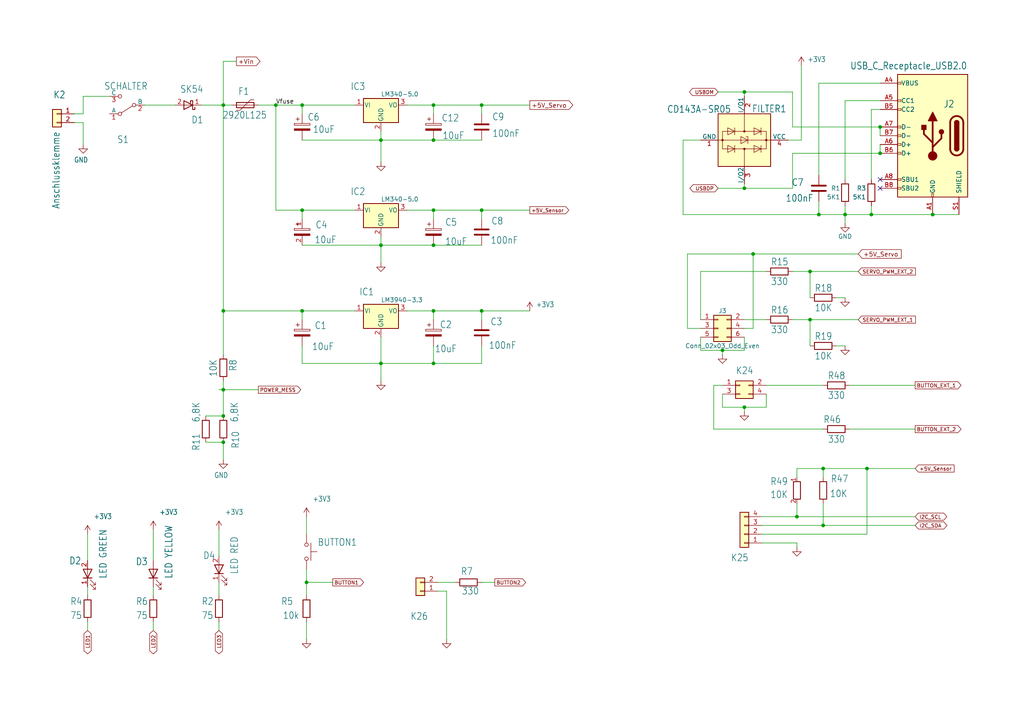
<source format=kicad_sch>
(kicad_sch (version 20211123) (generator eeschema)
  (paper "A4")
  (title_block (title "Open Robotic Board (ORB)") (date "2023-11-10") (rev "01.00-99") (company "Thomas Breuer (Hochschule Bonn-Rhein-Sieg)"))
  (lib_symbols
    (symbol "C_Polarized_1" (pin_names (offset 0.254))
      (property "Reference" "C" (at 0.635 2.54 0))
      (property "Value" "C_Polarized_1" (at 0.635 -2.54 0))
      (symbol "C_Polarized_1_1_1"
        (pin passive line (at 0 3.81 270) (length 2.794) (name "~") (number "1"))
        (pin passive line (at 0 -3.81 90) (length 2.794) (name "~") (number "2"))
      )
    )
    (symbol "Connector:USB_C_Receptacle_USB2.0" (pin_names (offset 1.016))
      (property "Reference" "J" (at -10.16 19.05 0))
      (property "Value" "USB_C_Receptacle_USB2.0" (at 19.05 19.05 0))
      (symbol "USB_C_Receptacle_USB2.0_1_1"
        (pin passive line (at 0 -22.86 90) (length 5.08) (name "GND") (number "A1"))
        (pin passive line (at 0 -22.86 90) (length 5.08) hide (name "GND") (number "A12"))
        (pin passive line (at 15.24 15.24 180) (length 5.08) (name "VBUS") (number "A4"))
        (pin bidirectional line (at 15.24 10.16 180) (length 5.08) (name "CC1") (number "A5"))
        (pin bidirectional line (at 15.24 -2.54 180) (length 5.08) (name "D+") (number "A6"))
        (pin bidirectional line (at 15.24 2.54 180) (length 5.08) (name "D-") (number "A7"))
        (pin bidirectional line (at 15.24 -12.7 180) (length 5.08) (name "SBU1") (number "A8"))
        (pin passive line (at 15.24 15.24 180) (length 5.08) hide (name "VBUS") (number "A9"))
        (pin passive line (at 0 -22.86 90) (length 5.08) hide (name "GND") (number "B1"))
        (pin passive line (at 0 -22.86 90) (length 5.08) hide (name "GND") (number "B12"))
        (pin passive line (at 15.24 15.24 180) (length 5.08) hide (name "VBUS") (number "B4"))
        (pin bidirectional line (at 15.24 7.62 180) (length 5.08) (name "CC2") (number "B5"))
        (pin bidirectional line (at 15.24 -5.08 180) (length 5.08) (name "D+") (number "B6"))
        (pin bidirectional line (at 15.24 0 180) (length 5.08) (name "D-") (number "B7"))
        (pin bidirectional line (at 15.24 -15.24 180) (length 5.08) (name "SBU2") (number "B8"))
        (pin passive line (at 15.24 15.24 180) (length 5.08) hide (name "VBUS") (number "B9"))
        (pin passive line (at -7.62 -22.86 90) (length 5.08) (name "SHIELD") (number "S1"))
      )
    )
    (symbol "Connector_Generic:Conn_01x02" (pin_names (offset 1.016) hide)
      (property "Reference" "J" (at 0 2.54 0))
      (property "Value" "Conn_01x02" (at 0 -5.08 0))
      (symbol "Conn_01x02_1_1"
        (pin passive line (at -5.08 0 0) (length 3.81) (name "Pin_1") (number "1"))
        (pin passive line (at -5.08 -2.54 0) (length 3.81) (name "Pin_2") (number "2"))
      )
    )
    (symbol "Connector_Generic:Conn_01x04" (pin_names (offset 1.016) hide)
      (property "Reference" "J" (at 0 5.08 0))
      (property "Value" "Conn_01x04" (at 0 -7.62 0))
      (symbol "Conn_01x04_1_1"
        (pin passive line (at -5.08 2.54 0) (length 3.81) (name "Pin_1") (number "1"))
        (pin passive line (at -5.08 0 0) (length 3.81) (name "Pin_2") (number "2"))
        (pin passive line (at -5.08 -2.54 0) (length 3.81) (name "Pin_3") (number "3"))
        (pin passive line (at -5.08 -5.08 0) (length 3.81) (name "Pin_4") (number "4"))
      )
    )
    (symbol "Connector_Generic:Conn_02x02_Odd_Even" (pin_names (offset 1.016) hide)
      (property "Reference" "J" (at 1.27 2.54 0))
      (property "Value" "Conn_02x02_Odd_Even" (at 1.27 -5.08 0))
      (symbol "Conn_02x02_Odd_Even_1_1"
        (pin passive line (at -5.08 0 0) (length 3.81) (name "Pin_1") (number "1"))
        (pin passive line (at 7.62 0 180) (length 3.81) (name "Pin_2") (number "2"))
        (pin passive line (at -5.08 -2.54 0) (length 3.81) (name "Pin_3") (number "3"))
        (pin passive line (at 7.62 -2.54 180) (length 3.81) (name "Pin_4") (number "4"))
      )
    )
    (symbol "Connector_Generic:Conn_02x03_Odd_Even" (pin_names (offset 1.016) hide)
      (property "Reference" "J" (at 1.27 5.08 0))
      (property "Value" "Conn_02x03_Odd_Even" (at 1.27 -5.08 0))
      (symbol "Conn_02x03_Odd_Even_1_1"
        (pin passive line (at -5.08 2.54 0) (length 3.81) (name "Pin_1") (number "1"))
        (pin passive line (at 7.62 2.54 180) (length 3.81) (name "Pin_2") (number "2"))
        (pin passive line (at -5.08 0 0) (length 3.81) (name "Pin_3") (number "3"))
        (pin passive line (at 7.62 0 180) (length 3.81) (name "Pin_4") (number "4"))
        (pin passive line (at -5.08 -2.54 0) (length 3.81) (name "Pin_5") (number "5"))
        (pin passive line (at 7.62 -2.54 180) (length 3.81) (name "Pin_6") (number "6"))
      )
    )
    (symbol "Device:C" (pin_numbers hide) (pin_names (offset 0.254))
      (property "Reference" "C" (at 0.635 2.54 0))
      (property "Value" "C" (at 0.635 -2.54 0))
      (symbol "C_1_1"
        (pin passive line (at 0 3.81 270) (length 2.794) (name "~") (number "1"))
        (pin passive line (at 0 -3.81 90) (length 2.794) (name "~") (number "2"))
      )
    )
    (symbol "Device:C_Polarized" (pin_numbers hide) (pin_names (offset 0.254))
      (property "Reference" "C" (at 0.635 2.54 0))
      (property "Value" "C_Polarized" (at 0.635 -2.54 0))
      (symbol "C_Polarized_1_1"
        (pin passive line (at 0 3.81 270) (length 2.794) (name "~") (number "1"))
        (pin passive line (at 0 -3.81 90) (length 2.794) (name "~") (number "2"))
      )
    )
    (symbol "Device:D_Schottky" (pin_names (offset 1.016) hide)
      (property "Reference" "D" (at 0 2.54 0))
      (property "Value" "D_Schottky" (at 0 -2.54 0))
      (symbol "D_Schottky_1_1"
        (pin passive line (at -3.81 0 0) (length 2.54) (name "K") (number "1"))
        (pin passive line (at 3.81 0 180) (length 2.54) (name "A") (number "2"))
      )
    )
    (symbol "Device:LED" (pin_names (offset 1.016) hide)
      (property "Reference" "D" (at 0 2.54 0))
      (property "Value" "LED" (at 0 -2.54 0))
      (symbol "LED_1_1"
        (pin passive line (at -3.81 0 0) (length 2.54) (name "K") (number "1"))
        (pin passive line (at 3.81 0 180) (length 2.54) (name "A") (number "2"))
      )
    )
    (symbol "Device:Polyfuse" (pin_numbers hide) (pin_names (offset 0))
      (property "Reference" "F" (at -2.54 0 90))
      (property "Value" "Polyfuse" (at 2.54 0 90))
      (symbol "Polyfuse_1_1"
        (pin passive line (at 0 3.81 270) (length 1.27) (name "~") (number "1"))
        (pin passive line (at 0 -3.81 90) (length 1.27) (name "~") (number "2"))
      )
    )
    (symbol "Device:R" (pin_numbers hide) (pin_names (offset 0))
      (property "Reference" "R" (at 2.032 0 90))
      (property "Value" "R" (at 0 0 90))
      (symbol "R_1_1"
        (pin passive line (at 0 3.81 270) (length 1.27) (name "~") (number "1"))
        (pin passive line (at 0 -3.81 90) (length 1.27) (name "~") (number "2"))
      )
    )
    (symbol "LED_1" (pin_numbers hide) (pin_names (offset 1.016) hide)
      (property "Reference" "D" (at 0 2.54 0))
      (property "Value" "LED_1" (at 0 -2.54 0))
      (symbol "LED_1_1_1"
        (pin passive line (at -3.81 0 0) (length 2.54) (name "K") (number "1"))
        (pin passive line (at 3.81 0 180) (length 2.54) (name "A") (number "2"))
      )
    )
    (symbol "LED_2" (pin_names (offset 1.016) hide)
      (property "Reference" "D" (at 0 2.54 0))
      (property "Value" "LED_2" (at 0 -2.54 0))
      (symbol "LED_2_1_1"
        (pin passive line (at -3.81 0 0) (length 2.54) (name "K") (number "1"))
        (pin passive line (at 3.81 0 180) (length 2.54) (name "A") (number "2"))
      )
    )
    (symbol "Power_Protection:PRTR5V0U2X" (pin_names (offset 0))
      (property "Reference" "D" (at 2.794 8.636 0))
      (property "Value" "PRTR5V0U2X" (at 8.128 -9.398 0))
      (symbol "PRTR5V0U2X_1_1"
        (pin passive line (at 0 -12.7 90) (length 5.08) (name "GND") (number "1"))
        (pin passive line (at -12.7 0 0) (length 5.08) (name "I/O1") (number "2"))
        (pin passive line (at 12.7 0 180) (length 5.08) (name "I/O2") (number "3"))
        (pin passive line (at 0 12.7 270) (length 5.08) (name "VCC") (number "4"))
      )
    )
    (symbol "R_1" (pin_names (offset 0))
      (property "Reference" "R" (at 2.032 0 90))
      (property "Value" "R_1" (at 0 0 90))
      (symbol "R_1_1_1"
        (pin passive line (at 0 3.81 270) (length 1.27) (name "~") (number "1"))
        (pin passive line (at 0 -3.81 90) (length 1.27) (name "~") (number "2"))
      )
    )
    (symbol "R_2" (pin_numbers hide) (pin_names (offset 0) hide)
      (property "Reference" "R" (at 2.032 0 90))
      (property "Value" "R_2" (at 0 0 90))
      (symbol "R_2_1_1"
        (pin passive line (at 0 3.81 270) (length 1.27) (name "~") (number "1"))
        (pin passive line (at 0 -3.81 90) (length 1.27) (name "~") (number "2"))
      )
    )
    (symbol "Regulator_Linear:LT1129-5.0_SOT223" (pin_names (offset 0.254))
      (property "Reference" "U" (at -3.81 3.175 0))
      (property "Value" "LT1129-5.0_SOT223" (at 0 3.175 0))
      (symbol "LT1129-5.0_SOT223_1_1"
        (pin power_in line (at -7.62 0 0) (length 2.54) (name "VI") (number "1"))
        (pin power_in line (at 0 -7.62 90) (length 2.54) (name "GND") (number "2"))
        (pin power_out line (at 7.62 0 180) (length 2.54) (name "VO") (number "3"))
      )
    )
    (symbol "Switch:SW_Push" (pin_numbers hide) (pin_names (offset 1.016) hide)
      (property "Reference" "SW" (at 1.27 2.54 0))
      (property "Value" "SW_Push" (at 0 -1.524 0))
      (symbol "SW_Push_0_1"
        (pin passive line (at -5.08 0 0) (length 2.54) (name "1") (number "1"))
        (pin passive line (at 5.08 0 180) (length 2.54) (name "2") (number "2"))
      )
    )
    (symbol "Switch:SW_SPDT" (pin_names (offset 0))
      (property "Reference" "SW" (at 0 4.318 0))
      (property "Value" "SW_SPDT" (at 0 -5.08 0))
      (symbol "SW_SPDT_1_1"
        (pin passive line (at 5.08 2.54 180) (length 2.54) (name "A") (number "1"))
        (pin passive line (at -5.08 0 0) (length 2.54) (name "B") (number "2"))
        (pin passive line (at 5.08 -2.54 180) (length 2.54) (name "C") (number "3"))
      )
    )
    (symbol "power:+3.3V" (power) (pin_names (offset 0))
      (property "Value" "+3.3V" (at 0 3.556 0))
      (symbol "+3.3V_1_1"
        (pin power_in line (at 0 0 90) (length 0) hide (name "+3V3") (number "1"))
      )
    )
    (symbol "power:GND" (power) (pin_names (offset 0))
      (property "Value" "GND" (at 0 -3.81 0))
      (symbol "GND_1_1"
        (pin power_in line (at 0 0 270) (length 0) hide (name "GND") (number "1"))
      )
    )
  )
  (junction (at 110.49 105.41))
  (junction (at 110.49 71.12))
  (junction (at 125.73 60.96))
  (junction (at 64.77 90.17))
  (junction (at 237.49 62.23))
  (junction (at 80.01 30.48))
  (junction (at 64.77 30.48))
  (junction (at 234.95 92.71))
  (junction (at 215.9 118.11))
  (junction (at 87.63 30.48))
  (junction (at 125.73 30.48))
  (junction (at 234.95 78.74))
  (junction (at 252.73 62.23))
  (junction (at 64.77 120.65))
  (junction (at 255.27 36.83))
  (junction (at 87.63 90.17))
  (junction (at 64.77 113.03))
  (junction (at 255.27 44.45))
  (junction (at 218.44 73.66))
  (junction (at 88.9 168.91))
  (junction (at 125.73 105.41))
  (junction (at 238.76 135.89))
  (junction (at 125.73 71.12))
  (junction (at 215.9 26.67))
  (junction (at 87.63 60.96))
  (junction (at 139.7 90.17))
  (junction (at 64.77 128.27))
  (junction (at 251.46 135.89))
  (junction (at 125.73 40.64))
  (junction (at 270.51 62.23))
  (junction (at 110.49 40.64))
  (junction (at 139.7 60.96))
  (junction (at 238.76 152.4))
  (junction (at 215.9 54.61))
  (junction (at 231.14 149.86))
  (junction (at 245.11 62.23))
  (junction (at 125.73 90.17))
  (junction (at 139.7 30.48))
  (junction (at 209.55 101.6))
  (no_connect (at 255.27 54.61))
  (no_connect (at 255.27 52.07))
  (wire (pts (xy 21.59 35.56) (xy 24.13 35.56)))
  (wire (pts (xy 110.49 110.49) (xy 110.49 105.41)))
  (wire (pts (xy 139.7 168.91) (xy 143.51 168.91)))
  (wire (pts (xy 21.59 33.02) (xy 24.13 33.02)))
  (wire (pts (xy 242.57 86.36) (xy 245.11 86.36)))
  (wire (pts (xy 255.27 36.83) (xy 229.87 36.83)))
  (wire (pts (xy 215.9 118.11) (xy 209.55 118.11)))
  (wire (pts (xy 198.12 40.64) (xy 203.2 40.64)))
  (wire (pts (xy 215.9 119.38) (xy 215.9 118.11)))
  (wire (pts (xy 87.63 33.02) (xy 87.63 30.48)))
  (wire (pts (xy 245.11 62.23) (xy 245.11 64.77)))
  (wire (pts (xy 110.49 97.79) (xy 110.49 105.41)))
  (wire (pts (xy 218.44 73.66) (xy 248.92 73.66)))
  (wire (pts (xy 215.9 27.94) (xy 215.9 26.67)))
  (wire (pts (xy 125.73 30.48) (xy 118.11 30.48)))
  (wire (pts (xy 24.13 33.02) (xy 24.13 27.94)))
  (wire (pts (xy 246.38 124.46) (xy 265.43 124.46)))
  (wire (pts (xy 222.25 118.11) (xy 222.25 114.3)))
  (wire (pts (xy 234.95 86.36) (xy 234.95 78.74)))
  (wire (pts (xy 24.13 35.56) (xy 24.13 41.91)))
  (wire (pts (xy 139.7 63.5) (xy 139.7 60.96)))
  (wire (pts (xy 232.41 40.64) (xy 232.41 19.05)))
  (wire (pts (xy 110.49 40.64) (xy 110.49 46.99)))
  (wire (pts (xy 231.14 157.48) (xy 220.98 157.48)))
  (wire (pts (xy 252.73 59.69) (xy 252.73 62.23)))
  (wire (pts (xy 110.49 40.64) (xy 125.73 40.64)))
  (wire (pts (xy 88.9 165.1) (xy 88.9 168.91)))
  (wire (pts (xy 255.27 36.83) (xy 255.27 39.37)))
  (wire (pts (xy 215.9 53.34) (xy 215.9 54.61)))
  (wire (pts (xy 80.01 60.96) (xy 87.63 60.96)))
  (wire (pts (xy 245.11 29.21) (xy 245.11 52.07)))
  (wire (pts (xy 228.6 40.64) (xy 232.41 40.64)))
  (wire (pts (xy 44.45 170.18) (xy 44.45 172.72)))
  (wire (pts (xy 87.63 30.48) (xy 102.87 30.48)))
  (wire (pts (xy 59.69 120.65) (xy 64.77 120.65)))
  (wire (pts (xy 125.73 60.96) (xy 118.11 60.96)))
  (wire (pts (xy 222.25 111.76) (xy 238.76 111.76)))
  (wire (pts (xy 209.55 114.3) (xy 209.55 118.11)))
  (wire (pts (xy 64.77 110.49) (xy 64.77 113.03)))
  (wire (pts (xy 102.87 90.17) (xy 87.63 90.17)))
  (wire (pts (xy 64.77 17.78) (xy 64.77 30.48)))
  (wire (pts (xy 125.73 71.12) (xy 139.7 71.12)))
  (wire (pts (xy 238.76 146.05) (xy 238.76 152.4)))
  (wire (pts (xy 87.63 60.96) (xy 87.63 63.5)))
  (wire (pts (xy 125.73 33.02) (xy 125.73 30.48)))
  (wire (pts (xy 237.49 62.23) (xy 245.11 62.23)))
  (wire (pts (xy 125.73 40.64) (xy 139.7 40.64)))
  (wire (pts (xy 215.9 118.11) (xy 222.25 118.11)))
  (wire (pts (xy 231.14 149.86) (xy 265.43 149.86)))
  (wire (pts (xy 229.87 44.45) (xy 255.27 44.45)))
  (wire (pts (xy 25.4 182.88) (xy 25.4 180.34)))
  (wire (pts (xy 238.76 152.4) (xy 265.43 152.4)))
  (wire (pts (xy 63.5 153.67) (xy 63.5 161.29)))
  (wire (pts (xy 110.49 71.12) (xy 110.49 76.2)))
  (wire (pts (xy 63.5 182.88) (xy 63.5 180.34)))
  (wire (pts (xy 234.95 78.74) (xy 248.92 78.74)))
  (wire (pts (xy 96.52 168.91) (xy 88.9 168.91)))
  (wire (pts (xy 209.55 102.87) (xy 209.55 101.6)))
  (wire (pts (xy 215.9 97.79) (xy 215.9 101.6)))
  (wire (pts (xy 215.9 92.71) (xy 222.25 92.71)))
  (wire (pts (xy 270.51 62.23) (xy 278.13 62.23)))
  (wire (pts (xy 25.4 154.94) (xy 25.4 162.56)))
  (wire (pts (xy 199.39 73.66) (xy 218.44 73.66)))
  (wire (pts (xy 251.46 154.94) (xy 251.46 135.89)))
  (wire (pts (xy 127 168.91) (xy 132.08 168.91)))
  (wire (pts (xy 229.87 92.71) (xy 234.95 92.71)))
  (wire (pts (xy 208.28 54.61) (xy 215.9 54.61)))
  (wire (pts (xy 231.14 146.05) (xy 231.14 149.86)))
  (wire (pts (xy 255.27 41.91) (xy 255.27 44.45)))
  (wire (pts (xy 207.01 111.76) (xy 207.01 124.46)))
  (wire (pts (xy 125.73 60.96) (xy 139.7 60.96)))
  (wire (pts (xy 237.49 58.42) (xy 237.49 62.23)))
  (wire (pts (xy 245.11 62.23) (xy 252.73 62.23)))
  (wire (pts (xy 231.14 149.86) (xy 220.98 149.86)))
  (wire (pts (xy 234.95 100.33) (xy 234.95 92.71)))
  (wire (pts (xy 198.12 62.23) (xy 198.12 40.64)))
  (wire (pts (xy 203.2 97.79) (xy 203.2 101.6)))
  (wire (pts (xy 252.73 31.75) (xy 255.27 31.75)))
  (wire (pts (xy 87.63 60.96) (xy 102.87 60.96)))
  (wire (pts (xy 139.7 30.48) (xy 153.67 30.48)))
  (wire (pts (xy 238.76 152.4) (xy 220.98 152.4)))
  (wire (pts (xy 110.49 105.41) (xy 125.73 105.41)))
  (wire (pts (xy 110.49 38.1) (xy 110.49 40.64)))
  (wire (pts (xy 237.49 24.13) (xy 237.49 50.8)))
  (wire (pts (xy 139.7 105.41) (xy 125.73 105.41)))
  (wire (pts (xy 74.93 30.48) (xy 80.01 30.48)))
  (wire (pts (xy 110.49 68.58) (xy 110.49 71.12)))
  (wire (pts (xy 118.11 90.17) (xy 125.73 90.17)))
  (wire (pts (xy 41.91 30.48) (xy 50.8 30.48)))
  (wire (pts (xy 231.14 138.43) (xy 231.14 135.89)))
  (wire (pts (xy 229.87 26.67) (xy 229.87 36.83)))
  (wire (pts (xy 251.46 135.89) (xy 265.43 135.89)))
  (wire (pts (xy 242.57 100.33) (xy 245.11 100.33)))
  (wire (pts (xy 87.63 40.64) (xy 110.49 40.64)))
  (wire (pts (xy 203.2 101.6) (xy 209.55 101.6)))
  (wire (pts (xy 125.73 30.48) (xy 139.7 30.48)))
  (wire (pts (xy 80.01 30.48) (xy 87.63 30.48)))
  (wire (pts (xy 68.58 17.78) (xy 64.77 17.78)))
  (wire (pts (xy 44.45 153.67) (xy 44.45 162.56)))
  (wire (pts (xy 139.7 33.02) (xy 139.7 30.48)))
  (wire (pts (xy 203.2 78.74) (xy 203.2 92.71)))
  (wire (pts (xy 231.14 157.48) (xy 231.14 158.75)))
  (wire (pts (xy 215.9 101.6) (xy 209.55 101.6)))
  (wire (pts (xy 63.5 113.03) (xy 64.77 113.03)))
  (wire (pts (xy 64.77 90.17) (xy 87.63 90.17)))
  (wire (pts (xy 231.14 135.89) (xy 238.76 135.89)))
  (wire (pts (xy 209.55 111.76) (xy 207.01 111.76)))
  (wire (pts (xy 245.11 59.69) (xy 245.11 62.23)))
  (wire (pts (xy 64.77 120.65) (xy 64.77 113.03)))
  (wire (pts (xy 110.49 71.12) (xy 125.73 71.12)))
  (wire (pts (xy 74.93 113.03) (xy 64.77 113.03)))
  (wire (pts (xy 63.5 168.91) (xy 63.5 172.72)))
  (wire (pts (xy 88.9 149.86) (xy 88.9 154.94)))
  (wire (pts (xy 64.77 90.17) (xy 64.77 102.87)))
  (wire (pts (xy 87.63 92.71) (xy 87.63 90.17)))
  (wire (pts (xy 64.77 30.48) (xy 64.77 90.17)))
  (wire (pts (xy 125.73 63.5) (xy 125.73 60.96)))
  (wire (pts (xy 238.76 135.89) (xy 251.46 135.89)))
  (wire (pts (xy 215.9 54.61) (xy 229.87 54.61)))
  (wire (pts (xy 125.73 100.33) (xy 125.73 105.41)))
  (wire (pts (xy 255.27 29.21) (xy 245.11 29.21)))
  (wire (pts (xy 25.4 170.18) (xy 25.4 172.72)))
  (wire (pts (xy 218.44 73.66) (xy 218.44 95.25)))
  (wire (pts (xy 129.54 171.45) (xy 129.54 185.42)))
  (wire (pts (xy 203.2 78.74) (xy 222.25 78.74)))
  (wire (pts (xy 125.73 90.17) (xy 139.7 90.17)))
  (wire (pts (xy 58.42 30.48) (xy 64.77 30.48)))
  (wire (pts (xy 215.9 26.67) (xy 229.87 26.67)))
  (wire (pts (xy 237.49 24.13) (xy 255.27 24.13)))
  (wire (pts (xy 252.73 62.23) (xy 270.51 62.23)))
  (wire (pts (xy 237.49 62.23) (xy 198.12 62.23)))
  (wire (pts (xy 229.87 78.74) (xy 234.95 78.74)))
  (wire (pts (xy 64.77 30.48) (xy 67.31 30.48)))
  (wire (pts (xy 229.87 54.61) (xy 229.87 44.45)))
  (wire (pts (xy 139.7 60.96) (xy 153.67 60.96)))
  (wire (pts (xy 199.39 95.25) (xy 199.39 73.66)))
  (wire (pts (xy 203.2 95.25) (xy 199.39 95.25)))
  (wire (pts (xy 252.73 31.75) (xy 252.73 52.07)))
  (wire (pts (xy 207.01 124.46) (xy 238.76 124.46)))
  (wire (pts (xy 87.63 100.33) (xy 87.63 105.41)))
  (wire (pts (xy 125.73 92.71) (xy 125.73 90.17)))
  (wire (pts (xy 238.76 138.43) (xy 238.76 135.89)))
  (wire (pts (xy 234.95 92.71) (xy 248.92 92.71)))
  (wire (pts (xy 139.7 90.17) (xy 153.67 90.17)))
  (wire (pts (xy 139.7 92.71) (xy 139.7 90.17)))
  (wire (pts (xy 127 171.45) (xy 129.54 171.45)))
  (wire (pts (xy 139.7 100.33) (xy 139.7 105.41)))
  (wire (pts (xy 110.49 105.41) (xy 87.63 105.41)))
  (wire (pts (xy 208.28 26.67) (xy 215.9 26.67)))
  (wire (pts (xy 44.45 182.88) (xy 44.45 180.34)))
  (wire (pts (xy 215.9 95.25) (xy 218.44 95.25)))
  (wire (pts (xy 88.9 180.34) (xy 88.9 185.42)))
  (wire (pts (xy 24.13 27.94) (xy 31.75 27.94)))
  (wire (pts (xy 87.63 71.12) (xy 110.49 71.12)))
  (wire (pts (xy 246.38 111.76) (xy 265.43 111.76)))
  (wire (pts (xy 59.69 128.27) (xy 64.77 128.27)))
  (wire (pts (xy 64.77 128.27) (xy 64.77 133.35)))
  (wire (pts (xy 220.98 154.94) (xy 251.46 154.94)))
  (wire (pts (xy 80.01 30.48) (xy 80.01 60.96)))
  (wire (pts (xy 88.9 168.91) (xy 88.9 172.72)))
  (label "Vfuse" (at 80.01 30.48 0))
  (global_label "I2C_SCL" (shape bidirectional) (at 265.43 149.86 0) (effects (font (size 1.05 1.05))) (property "Intersheet References" "${INTERSHEET_REFS}" (effects hide)))
  (global_label "+5V_Servo" (shape input) (at 248.92 73.66 0) (property "Intersheet References" "${INTERSHEET_REFS}" (effects hide)))
  (global_label "USBDP" (shape bidirectional) (at 208.28 54.61 180) (effects (font (size 1.05 1.05))) (property "Intersheet References" "${INTERSHEET_REFS}" (effects hide)))
  (global_label "+5V_Servo" (shape output) (at 153.67 30.48 0) (property "Intersheet References" "${INTERSHEET_REFS}" (effects hide)))
  (global_label "BUTTON_EXT_1" (shape output) (at 265.43 111.76 0) (effects (font (size 1.05 1.05))) (property "Intersheet References" "${INTERSHEET_REFS}" (effects hide)))
  (global_label "LED3" (shape bidirectional) (at 63.5 182.88 270) (effects (font (size 1.05 1.05))) (property "Intersheet References" "${INTERSHEET_REFS}" (effects hide)))
  (global_label "+5V_Sensor" (shape input) (at 265.43 135.89 0) (effects (font (size 1.05 1.05))) (property "Intersheet References" "${INTERSHEET_REFS}" (effects hide)))
  (global_label "POWER_MESS" (shape output) (at 74.93 113.03 0) (effects (font (size 1.05 1.05))) (property "Intersheet References" "${INTERSHEET_REFS}" (effects hide)))
  (global_label "BUTTON2" (shape output) (at 143.51 168.91 0) (effects (font (size 1.05 1.05))) (property "Intersheet References" "${INTERSHEET_REFS}" (effects hide)))
  (global_label "+5V_Sensor" (shape output) (at 153.67 60.96 0) (effects (font (size 1.05 1.05))) (property "Intersheet References" "${INTERSHEET_REFS}" (effects hide)))
  (global_label "USBDM" (shape bidirectional) (at 208.28 26.67 180) (effects (font (size 1.05 1.05))) (property "Intersheet References" "${INTERSHEET_REFS}" (effects hide)))
  (global_label "SERVO_PWM_EXT_2" (shape input) (at 248.92 78.74 0) (effects (font (size 1.05 1.05))) (property "Intersheet References" "${INTERSHEET_REFS}" (effects hide)))
  (global_label "LED2" (shape bidirectional) (at 44.45 182.88 270) (effects (font (size 1.05 1.05))) (property "Intersheet References" "${INTERSHEET_REFS}" (effects hide)))
  (global_label "SERVO_PWM_EXT_1" (shape input) (at 248.92 92.71 0) (effects (font (size 1.05 1.05))) (property "Intersheet References" "${INTERSHEET_REFS}" (effects hide)))
  (global_label "LED1" (shape bidirectional) (at 25.4 182.88 270) (effects (font (size 1.05 1.05))) (property "Intersheet References" "${INTERSHEET_REFS}" (effects hide)))
  (global_label "+Vin" (shape output) (at 68.58 17.78 0) (property "Intersheet References" "${INTERSHEET_REFS}" (effects hide)))
  (global_label "BUTTON_EXT_2" (shape output) (at 265.43 124.46 0) (effects (font (size 1.05 1.05))) (property "Intersheet References" "${INTERSHEET_REFS}" (effects hide)))
  (global_label "I2C_SDA" (shape bidirectional) (at 265.43 152.4 0) (effects (font (size 1.05 1.05))) (property "Intersheet References" "${INTERSHEET_REFS}" (effects hide)))
  (global_label "BUTTON1" (shape output) (at 96.52 168.91 0) (effects (font (size 1.05 1.05))) (property "Intersheet References" "${INTERSHEET_REFS}" (effects hide)))
  (symbol (lib_id "Device:C") (at 139.7 36.83 180) (unit 1)
    (property "Reference" "C9" (at 146.304 32.766 0) (effects (font (size 2 1.7)) (justify left bottom)))
    (property "Value" "100nF" (at 150.876 37.592 0) (effects (font (size 2 1.7)) (justify left bottom)))
    (property "Footprint" "Capacitor_SMD:C_0805_2012Metric" (effects hide))
    (property "MPN" "C0805C104K5RAC7800" (effects hide))
    (property "OrderNr" "399-C0805C104K5RAC7800CT-ND" (effects hide))
    (property "Distributor" "Digi-Key" (effects hide))
  )
  (symbol (lib_id "Connector_Generic:Conn_02x03_Odd_Even") (at 208.28 95.25 0) (unit 1)
    (property "Reference" "J3" (at 209.55 90.17 0))
    (property "Value" "Conn_02x03_Odd_Even" (at 209.55 100.33 0))
    (property "Footprint" "ORB:PinHeader_2x03_P2.54mm_Horizontal" (effects hide))
    (property "MPN" "PH2RA-06-UA" (effects hide))
    (property "Distributor" "Digi-Key" (effects hide))
    (property "OrderNr" "2057-PH2RA-06-UA-ND" (effects hide))
  )
  (symbol (lib_id "Connector_Generic:Conn_02x02_Odd_Even") (at 214.63 111.76 0) (unit 1)
    (property "Reference" "K24" (at 213.36 108.585 0) (effects (font (size 2 1.7)) (justify left bottom)))
    (property "Value" "Stiftleiste_2x02" (effects hide))
    (property "Footprint" "ORB:PinHeader_2x02_P2.54mm_Horizontal" (effects hide))
    (property "MPN" "PH2RA-04-UA" (effects hide))
    (property "Distributor" "Digi-Key" (effects hide))
    (property "OrderNr" "2057-PH2RA-04-UA-ND" (effects hide))
  )
  (symbol (lib_id "Device:R") (at 238.76 86.36 90) (unit 1)
    (property "Reference" "R18" (at 236.22 82.455 90) (effects (font (size 2 1.7)) (justify right bottom)))
    (property "Value" "10K" (at 236.22 88.17 90) (effects (font (size 2 1.7)) (justify right bottom)))
    (property "Footprint" "Resistor_SMD:R_0603_1608Metric" (effects hide))
    (property "Distributor" "Digi-Key" (effects hide))
    (property "MPN" "RC0603FR-0710KP" (effects hide))
    (property "OrderNr" "YAG1290CT-ND" (effects hide))
  )
  (symbol (lib_id "Device:C_Polarized") (at 87.63 96.52 0) (unit 1)
    (property "Reference" "C1" (at 91.186 95.504 0) (effects (font (size 2 1.7)) (justify left bottom)))
    (property "Value" "10uF" (at 90.424 101.6 0) (effects (font (size 2 1.7)) (justify left bottom)))
    (property "Footprint" "Capacitor_Tantalum_SMD:CP_EIA-3528-12_Kemet-T" (effects hide))
    (property "MPN" "T491B106M025AT" (effects hide))
    (property "OrderNr" "399-9721-1-ND" (effects hide))
    (property "Distributor" "Digi-Key" (effects hide))
  )
  (symbol (lib_id "Device:R") (at 63.5 176.53 0) (unit 1)
    (property "Reference" "R2" (at 58.42 175.514 0) (effects (font (size 2 1.7)) (justify left bottom)))
    (property "Value" "75" (at 58.42 179.578 0) (effects (font (size 2 1.7)) (justify left bottom)))
    (property "Footprint" "Resistor_SMD:R_0603_1608Metric" (effects hide))
    (property "Distributor" "Digi-Key" (effects hide))
    (property "MPN" "RC0603FR-0775RL" (effects hide))
    (property "OrderNr" "311-75.0HRCT-ND" (effects hide))
  )
  (symbol (lib_id "power:GND") (at 245.11 64.77 0) (unit 1)
    (property "Reference" "#PWR0103" (effects hide))
    (property "Value" "GND" (at 245.11 68.58 0))
  )
  (symbol (lib_id "power:GND") (at 215.9 119.38 0) (unit 1)
    (property "Reference" "#REF0130" (effects hide))
    (property "Value" "GND" (effects hide))
    (property "Footprint" "ORB:" (effects hide))
  )
  (symbol (lib_id "Device:C_Polarized") (at 87.63 36.83 0) (unit 1)
    (property "Reference" "C6" (at 89.154 35.052 0) (effects (font (size 2 1.7)) (justify left bottom)))
    (property "Value" "10uF" (at 90.678 38.608 0) (effects (font (size 2 1.7)) (justify left bottom)))
    (property "Footprint" "Capacitor_Tantalum_SMD:CP_EIA-3528-12_Kemet-T" (effects hide))
    (property "MPN" "T491B106M025AT" (effects hide))
    (property "OrderNr" "399-9721-1-ND" (effects hide))
    (property "Distributor" "Digi-Key" (effects hide))
  )
  (symbol (lib_id "power:GND") (at 129.54 185.42 0) (unit 1)
    (property "Reference" "#REF0101" (effects hide))
    (property "Value" "GND" (effects hide))
    (property "Footprint" "ORB:" (effects hide))
  )
  (symbol (lib_id "Device:C") (at 139.7 96.52 180) (unit 1)
    (property "Reference" "C3" (at 145.796 92.202 0) (effects (font (size 2 1.7)) (justify left bottom)))
    (property "Value" "100nF" (at 149.86 99.06 0) (effects (font (size 2 1.7)) (justify left bottom)))
    (property "Footprint" "Capacitor_SMD:C_0805_2012Metric" (effects hide))
    (property "MPN" "C0805C104K5RAC7800" (effects hide))
    (property "OrderNr" "399-C0805C104K5RAC7800CT-ND" (effects hide))
    (property "Distributor" "Digi-Key" (effects hide))
  )
  (symbol (lib_id "power:+3.3V") (at 44.45 153.67 0) (unit 1)
    (property "Reference" "#REF0216" (effects hide))
    (property "Value" "+3.3V" (at 46.22 149.34 0) (effects (font (size 1.5 1.275)) (justify left bottom)))
    (property "Footprint" "ORB:" (effects hide))
  )
  (symbol (lib_id "power:GND") (at 110.49 46.99 0) (unit 1)
    (property "Reference" "#REF0175" (effects hide))
    (property "Value" "GND" (effects hide))
    (property "Footprint" "ORB:" (effects hide))
  )
  (symbol (lib_id "power:GND") (at 245.11 86.36 0) (unit 1)
    (property "Reference" "#REF073" (effects hide))
    (property "Value" "GND" (effects hide))
    (property "Footprint" "ORB:" (effects hide))
  )
  (symbol (lib_id "Power_Protection:PRTR5V0U2X") (at 215.9 40.64 270) (unit 1)
    (property "Reference" "FILTER1" (at 218.059 32.639 90) (effects (font (size 2 1.7)) (justify left bottom)))
    (property "Value" "CD143A-SR05" (at 193.421 32.766 90) (effects (font (size 2 1.7)) (justify left bottom)))
    (property "Footprint" "Package_TO_SOT_SMD:SOT-143" (effects hide))
    (property "Datasheet" "https://assets.nexperia.com/documents/data-sheet/PRTR5V0U2X.pdf" (effects hide))
    (property "MPN" "CD143A-SR05LC" (effects hide))
    (property "OrderNr" "CD143A-SR05LCCT-ND" (effects hide))
    (property "Distributor" "Digi-Key" (effects hide))
  )
  (symbol (lib_id "Regulator_Linear:LT1129-5.0_SOT223") (at 110.49 90.17 0) (unit 1)
    (property "Reference" "IC1" (at 104.14 85.725 0) (effects (font (size 2 1.7)) (justify left bottom)))
    (property "Value" "LM3940-3.3" (at 110.49 86.995 0) (effects (justify left)))
    (property "Footprint" "Package_TO_SOT_SMD:SOT-223-3_TabPin2" (effects hide))
    (property "Distributor" "Digi-Key" (effects hide))
    (property "MPN" "LM3940IMPX-3.3/NOPB" (effects hide))
    (property "OrderNr" "LM3940IMP-3.3/NOPB" (effects hide))
  )
  (symbol (lib_id "Device:R") (at 242.57 111.76 90) (unit 1)
    (property "Reference" "R48" (at 240.03 107.855 90) (effects (font (size 2 1.7)) (justify right bottom)))
    (property "Value" "330" (at 240.03 113.57 90) (effects (font (size 2 1.7)) (justify right bottom)))
    (property "Footprint" "Resistor_SMD:R_0603_1608Metric" (effects hide))
    (property "Distributor" "Digi-Key" (effects hide))
    (property "MPN" "RC0603FR-10330RL" (effects hide))
    (property "OrderNr" "13-RC0603FR-10330RLCT-ND" (effects hide))
  )
  (symbol (lib_id "Device:R") (at 59.69 124.46 180) (unit 1)
    (property "Reference" "R11" (at 55.785 130.81 90) (effects (font (size 2 1.7)) (justify right bottom)))
    (property "Value" "6,8K" (at 55.785 122.555 90) (effects (font (size 2 1.7)) (justify right bottom)))
    (property "Footprint" "Resistor_SMD:R_0603_1608Metric" (effects hide))
    (property "Distributor" "Digi-Key" (effects hide))
    (property "MPN" "RC0603FR-136K8L" (effects hide))
    (property "OrderNr" "13-RC0603FR-136K8LCT-ND" (effects hide))
  )
  (symbol (lib_id "Device:R") (at 44.45 176.53 0) (unit 1)
    (property "Reference" "R6" (at 39.37 175.514 0) (effects (font (size 2 1.7)) (justify left bottom)))
    (property "Value" "75" (at 39.37 179.578 0) (effects (font (size 2 1.7)) (justify left bottom)))
    (property "Footprint" "Resistor_SMD:R_0603_1608Metric" (effects hide))
    (property "Distributor" "Digi-Key" (effects hide))
    (property "MPN" "RC0603FR-0775RL" (effects hide))
    (property "OrderNr" "311-75.0HRCT-ND" (effects hide))
  )
  (symbol (lib_id "Device:LED") (at 63.5 165.1 90) (unit 1)
    (property "Reference" "D4" (at 62.484 160.02 90) (effects (font (size 2 1.7)) (justify left bottom)))
    (property "Value" "LED RED" (at 69.088 166.624 0) (effects (font (size 2 1.7)) (justify left bottom)))
    (property "Footprint" "LED_SMD:LED_0805_2012Metric" (effects hide))
    (property "MPN" "QTLP630C7TR" (effects hide))
    (property "OrderNr" "1080-1412-1-ND" (effects hide))
    (property "Distributor" "Digi-Key" (effects hide))
  )
  (symbol (lib_id "power:GND") (at 231.14 158.75 0) (unit 1)
    (property "Reference" "#REF087" (effects hide))
    (property "Value" "GND" (effects hide))
    (property "Footprint" "ORB:" (effects hide))
  )
  (symbol (lib_id "Device:R") (at 238.76 100.33 90) (unit 1)
    (property "Reference" "R19" (at 236.22 96.425 90) (effects (font (size 2 1.7)) (justify right bottom)))
    (property "Value" "10K" (at 236.22 102.14 90) (effects (font (size 2 1.7)) (justify right bottom)))
    (property "Footprint" "Resistor_SMD:R_0603_1608Metric" (effects hide))
    (property "Distributor" "Digi-Key" (effects hide))
    (property "MPN" "RC0603FR-0710KP" (effects hide))
    (property "OrderNr" "YAG1290CT-ND" (effects hide))
  )
  (symbol (lib_id "Connector:USB_C_Receptacle_USB2.0") (at 270.51 39.37 0) (mirror y) (unit 1)
    (property "Reference" "J2" (at 276.86 31.25 0) (effects (font (size 2 1.7)) (justify left bottom)))
    (property "Value" "USB_C_Receptacle_USB2.0" (at 280.5684 20.1676 0) (effects (font (size 2 1.7)) (justify left bottom)))
    (property "Footprint" "Connector_USB:USB_C_Receptacle_JAE_DX07S016JA1R1500" (effects hide))
    (property "Datasheet" "https://www.usb.org/sites/default/files/documents/usb_type-c.zip" (effects hide))
    (property "MPN" "DX07S016JA1R1500" (effects hide))
    (property "Distributor" "Digi-Key" (effects hide))
    (property "OrderNr" "670-DX07S016JA1R1500TR-ND" (effects hide))
  )
  (symbol (lib_id "Device:R") (at 252.73 55.88 0) (mirror y) (unit 1)
    (property "Reference" "R3" (at 251.206 54.61 0) (effects (justify left)))
    (property "Value" "5K1" (at 251.206 57.15 0) (effects (justify left)))
    (property "Footprint" "Resistor_SMD:R_0603_1608Metric" (effects hide))
    (property "Distributor" "Digi-Key" (effects hide))
    (property "MPN" "RC0603FR-135K1L" (effects hide))
    (property "OrderNr" "13-RC0603FR-135K1LTR-ND" (effects hide))
  )
  (symbol (lib_id "power:GND") (at 245.11 100.33 0) (unit 1)
    (property "Reference" "#REF072" (effects hide))
    (property "Value" "GND" (effects hide))
    (property "Footprint" "ORB:" (effects hide))
  )
  (symbol (lib_name "LED_2") (lib_id "Device:LED") (at 25.4 166.37 90) (unit 1)
    (property "Reference" "D2" (at 23.622 161.544 90) (effects (font (size 2 1.7)) (justify left bottom)))
    (property "Value" "LED GREEN" (at 30.988 167.894 0) (effects (font (size 2 1.7)) (justify left bottom)))
    (property "Footprint" "LED_SMD:LED_0805_2012Metric" (effects hide))
    (property "MPN" "QTLP630C4TR" (effects hide))
    (property "OrderNr" "1080-1411-1-ND" (effects hide))
    (property "Distributor" "Digi-Key" (effects hide))
  )
  (symbol (lib_id "Device:Polyfuse") (at 71.12 30.48 90) (unit 1)
    (property "Reference" "F1" (at 72.39 25.4 90) (effects (font (size 2 1.7)) (justify left bottom)))
    (property "Value" "2920L125" (at 77.47 32.258 90) (effects (font (size 2 1.7)) (justify left bottom)))
    (property "Footprint" "Fuse:Fuse_2920_7451Metric" (effects hide))
    (property "MPN" "2920L125PR" (effects hide))
    (property "OrderNr" "F2869CT-ND" (effects hide))
    (property "Distributor" "Digi-Key" (effects hide))
  )
  (symbol (lib_id "power:GND") (at 64.77 133.35 0) (unit 1)
    (property "Reference" "#REF0250" (effects hide))
    (property "Value" "GND" (at 62.095 138.64 0) (effects (font (size 1.5 1.275)) (justify left bottom)))
    (property "Footprint" "ORB:" (effects hide))
  )
  (symbol (lib_id "Connector_Generic:Conn_01x02") (at 121.92 171.45 180) (unit 1)
    (property "Reference" "K26" (at 124.206 179.832 0) (effects (font (size 2 1.7)) (justify left top)))
    (property "Value" "Stiftleiste_1x02_G_2,54" (effects hide))
    (property "Footprint" "Connector_PinHeader_2.54mm:PinHeader_1x02_P2.54mm_Vertical" (effects hide))
    (property "MPN" "not mounted" (effects hide))
  )
  (symbol (lib_name "LED_1") (lib_id "Device:LED") (at 44.45 166.37 90) (unit 1)
    (property "Reference" "D3" (at 42.926 161.798 90) (effects (font (size 2 1.7)) (justify left bottom)))
    (property "Value" "LED YELLOW" (at 50.038 167.894 0) (effects (font (size 2 1.7)) (justify left bottom)))
    (property "Footprint" "LED_SMD:LED_0805_2012Metric" (effects hide))
    (property "MPN" "QTLP630C3TR" (effects hide))
    (property "OrderNr" "1080-1410-1-ND" (effects hide))
    (property "Distributor" "Digi-Key" (effects hide))
  )
  (symbol (lib_id "Device:R") (at 64.77 124.46 180) (unit 1)
    (property "Reference" "R10" (at 67.215 130.175 90) (effects (font (size 2 1.7)) (justify right bottom)))
    (property "Value" "6,8K" (at 66.8975 122.555 90) (effects (font (size 2 1.7)) (justify right bottom)))
    (property "Footprint" "Resistor_SMD:R_0603_1608Metric" (effects hide))
    (property "Distributor" "Digi-Key" (effects hide))
    (property "MPN" "RC0603FR-136K8L" (effects hide))
    (property "OrderNr" "13-RC0603FR-136K8LCT-ND" (effects hide))
  )
  (symbol (lib_id "Device:R") (at 88.9 176.53 0) (unit 1)
    (property "Reference" "R5" (at 85.09 175.514 0) (effects (font (size 2 1.7)) (justify right bottom)))
    (property "Value" "10k" (at 86.868 179.578 0) (effects (font (size 2 1.7)) (justify right bottom)))
    (property "Footprint" "Resistor_SMD:R_0603_1608Metric" (effects hide))
    (property "Distributor" "Digi-Key" (effects hide))
    (property "MPN" "RC0603FR-10330RL" (effects hide))
    (property "OrderNr" "13-RC0603FR-10330RLCT-ND" (effects hide))
  )
  (symbol (lib_id "Device:R") (at 242.57 124.46 90) (unit 1)
    (property "Reference" "R46" (at 238.76 120.555 90) (effects (font (size 2 1.7)) (justify right bottom)))
    (property "Value" "330" (at 240.03 126.27 90) (effects (font (size 2 1.7)) (justify right bottom)))
    (property "Footprint" "Resistor_SMD:R_0603_1608Metric" (effects hide))
    (property "Distributor" "Digi-Key" (effects hide))
    (property "MPN" "RC0603FR-10330RL" (effects hide))
    (property "OrderNr" "13-RC0603FR-10330RLCT-ND" (effects hide))
  )
  (symbol (lib_id "Regulator_Linear:LT1129-5.0_SOT223") (at 110.49 30.48 0) (unit 1)
    (property "Reference" "IC3" (at 101.6 26.17 0) (effects (font (size 2 1.7)) (justify left bottom)))
    (property "Value" "LM340-5.0" (at 110.49 27.305 0) (effects (justify left)))
    (property "Footprint" "Package_TO_SOT_SMD:SOT-223-3_TabPin2" (effects hide))
    (property "Distributor" "Digi-Key" (effects hide))
    (property "MPN" "LM340MPX-5.0/NOPB" (effects hide))
    (property "OrderNr" "LM340MPX-5.0/NOPB" (effects hide))
  )
  (symbol (lib_id "Switch:SW_SPDT") (at 36.83 30.48 180) (unit 1)
    (property "Reference" "S1" (at 37.465 39.37 0) (effects (font (size 2 1.7)) (justify left bottom)))
    (property "Value" "SCHALTER" (at 42.926 23.876 0) (effects (font (size 2 1.7)) (justify left bottom)))
    (property "Footprint" "ORB:SW_500SSP1S1M7QEA" (effects hide))
    (property "MPN" "500SSP1S1M7QEA" (effects hide))
    (property "Distributor" "Digi-Key" (effects hide))
    (property "OrderNr" "EG2480-ND" (effects hide))
  )
  (symbol (lib_id "power:+3.3V") (at 153.67 90.17 0) (unit 1)
    (property "Reference" "#REF0180" (effects hide))
    (property "Value" "+3.3V" (at 155.448 89.154 0) (effects (font (size 1.5 1.275)) (justify left bottom)))
    (property "Footprint" "ORB:" (effects hide))
  )
  (symbol (lib_id "Device:R") (at 64.77 106.68 0) (unit 1)
    (property "Reference" "R8" (at 68.675 104.14 90) (effects (font (size 2 1.7)) (justify right bottom)))
    (property "Value" "10K" (at 62.96 104.14 90) (effects (font (size 2 1.7)) (justify right bottom)))
    (property "Footprint" "Resistor_SMD:R_0603_1608Metric" (effects hide))
    (property "Distributor" "Digi-Key" (effects hide))
    (property "MPN" "RC0603FR-0710KP" (effects hide))
    (property "OrderNr" "YAG1290CT-ND" (effects hide))
  )
  (symbol (lib_id "power:+3.3V") (at 232.41 19.05 0) (unit 1)
    (property "Reference" "#REF0105" (effects hide))
    (property "Value" "+3.3V" (at 234.188 18.034 0) (effects (font (size 1.5 1.275)) (justify left bottom)))
    (property "Footprint" "ORB:" (effects hide))
  )
  (symbol (lib_id "power:GND") (at 24.13 41.91 0) (unit 1)
    (property "Reference" "#REF0233" (effects hide))
    (property "Value" "GND" (at 21.455 47.2 0) (effects (font (size 1.5 1.275)) (justify left bottom)))
    (property "Footprint" "ORB:" (effects hide))
  )
  (symbol (lib_id "Device:C_Polarized") (at 125.73 96.52 0) (unit 1)
    (property "Reference" "C2" (at 127.508 95.25 0) (effects (font (size 2 1.7)) (justify left bottom)))
    (property "Value" "10uF" (at 126.047 102.235 0) (effects (font (size 2 1.7)) (justify left bottom)))
    (property "Footprint" "Capacitor_Tantalum_SMD:CP_EIA-3528-12_Kemet-T" (effects hide))
    (property "MPN" "T491B106M025AT" (effects hide))
    (property "OrderNr" "399-9721-1-ND" (effects hide))
    (property "Distributor" "Digi-Key" (effects hide))
  )
  (symbol (lib_name "C_Polarized_1") (lib_id "Device:C_Polarized") (at 87.63 67.31 0) (unit 1)
    (property "Reference" "C4" (at 91.44 66.294 0) (effects (font (size 2 1.7)) (justify left bottom)))
    (property "Value" "10uF" (at 91.186 70.612 0) (effects (font (size 2 1.7)) (justify left bottom)))
    (property "Footprint" "Capacitor_Tantalum_SMD:CP_EIA-3528-12_Kemet-T" (effects hide))
    (property "MPN" "T491B106M025AT" (effects hide))
    (property "OrderNr" "399-9721-1-ND" (effects hide))
    (property "Distributor" "Digi-Key" (effects hide))
  )
  (symbol (lib_id "power:+3.3V") (at 25.4 154.94 0) (unit 1)
    (property "Reference" "#REF0213" (effects hide))
    (property "Value" "+3.3V" (at 27.17 150.61 0) (effects (font (size 1.5 1.275)) (justify left bottom)))
    (property "Footprint" "ORB:" (effects hide))
  )
  (symbol (lib_id "Device:R") (at 135.89 168.91 90) (unit 1)
    (property "Reference" "R7" (at 133.604 164.592 90) (effects (font (size 2 1.7)) (justify right bottom)))
    (property "Value" "330" (at 133.858 170.307 90) (effects (font (size 2 1.7)) (justify right bottom)))
    (property "Footprint" "Resistor_SMD:R_0603_1608Metric" (effects hide))
    (property "Distributor" "Digi-Key" (effects hide))
    (property "MPN" "RC0603FR-10330RL" (effects hide))
    (property "OrderNr" "13-RC0603FR-10330RLCT-ND" (effects hide))
  )
  (symbol (lib_id "power:GND") (at 110.49 76.2 0) (unit 1)
    (property "Reference" "#REF094" (effects hide))
    (property "Value" "GND" (effects hide))
    (property "Footprint" "ORB:" (effects hide))
  )
  (symbol (lib_id "Device:R") (at 245.11 55.88 0) (mirror y) (unit 1)
    (property "Reference" "R1" (at 243.713 54.61 0) (effects (justify left)))
    (property "Value" "5K1" (at 243.713 57.15 0) (effects (justify left)))
    (property "Footprint" "Resistor_SMD:R_0603_1608Metric" (effects hide))
    (property "Distributor" "Digi-Key" (effects hide))
    (property "MPN" "RC0603FR-135K1L" (effects hide))
    (property "OrderNr" "13-RC0603FR-135K1LTR-ND" (effects hide))
  )
  (symbol (lib_id "power:GND") (at 209.55 102.87 0) (unit 1)
    (property "Reference" "#REF085" (effects hide))
    (property "Value" "GND" (effects hide))
    (property "Footprint" "ORB:" (effects hide))
  )
  (symbol (lib_id "power:GND") (at 110.49 110.49 0) (unit 1)
    (property "Reference" "#REF0174" (effects hide))
    (property "Value" "GND" (effects hide))
    (property "Footprint" "ORB:" (effects hide))
  )
  (symbol (lib_id "Connector_Generic:Conn_01x04") (at 215.9 154.94 180) (unit 1)
    (property "Reference" "K25" (at 217.17 160.655 0) (effects (font (size 2 1.7)) (justify left bottom)))
    (property "Value" "Stiftleiste_1x04" (effects hide))
    (property "Footprint" "Connector_PinHeader_2.54mm:PinHeader_1x04_P2.54mm_Vertical" (effects hide))
    (property "MPN" "not mounted" (effects hide))
  )
  (symbol (lib_id "Device:C") (at 139.7 67.31 180) (unit 1)
    (property "Reference" "C8" (at 146.05 62.992 0) (effects (font (size 2 1.7)) (justify left bottom)))
    (property "Value" "100nF" (at 150.368 68.58 0) (effects (font (size 2 1.7)) (justify left bottom)))
    (property "Footprint" "Capacitor_SMD:C_0805_2012Metric" (effects hide))
    (property "MPN" "C0805C104K5RAC7800" (effects hide))
    (property "OrderNr" "399-C0805C104K5RAC7800CT-ND" (effects hide))
    (property "Distributor" "Digi-Key" (effects hide))
  )
  (symbol (lib_id "power:GND") (at 88.9 185.42 0) (unit 1)
    (property "Reference" "#REF0103" (effects hide))
    (property "Value" "GND" (effects hide))
    (property "Footprint" "ORB:" (effects hide))
  )
  (symbol (lib_name "R_1") (lib_id "Device:R") (at 231.14 142.24 0) (unit 1)
    (property "Reference" "R49" (at 228.6 140.716 0) (effects (font (size 2 1.7)) (justify right bottom)))
    (property "Value" "10K" (at 228.6 144.526 0) (effects (font (size 2 1.7)) (justify right bottom)))
    (property "Footprint" "Resistor_SMD:R_0603_1608Metric" (effects hide))
    (property "Distributor" "Digi-Key" (effects hide))
    (property "MPN" "RC0603FR-0710KP" (effects hide))
    (property "OrderNr" "YAG1290CT-ND" (effects hide))
  )
  (symbol (lib_id "Switch:SW_Push") (at 88.9 160.02 270) (unit 1)
    (property "Reference" "BUTTON1" (at 92.075 158.369 90) (effects (font (size 2 1.7)) (justify left bottom)))
    (property "Value" "Taster_SMD" (effects hide))
    (property "Footprint" "Button_Switch_SMD:SW_Push_1P1T_NO_6x6mm_H9.5mm" (effects hide))
    (property "Distributor" "Digi-Key" (effects hide))
    (property "MPN" "PTS645SL70SMTR92 LFS" (effects hide))
    (property "OrderNr" "CKN10820TR-ND" (effects hide))
  )
  (symbol (lib_id "Device:R") (at 238.76 142.24 0) (unit 1)
    (property "Reference" "R47" (at 246.126 139.954 0) (effects (font (size 2 1.7)) (justify right bottom)))
    (property "Value" "10K" (at 245.872 144.272 0) (effects (font (size 2 1.7)) (justify right bottom)))
    (property "Footprint" "Resistor_SMD:R_0603_1608Metric" (effects hide))
    (property "Distributor" "Digi-Key" (effects hide))
    (property "MPN" "RC0603FR-0710KP" (effects hide))
    (property "OrderNr" "YAG1290CT-ND" (effects hide))
  )
  (symbol (lib_id "Device:C_Polarized") (at 125.73 67.31 0) (unit 1)
    (property "Reference" "C5" (at 129.032 65.532 0) (effects (font (size 2 1.7)) (justify left bottom)))
    (property "Value" "10uF" (at 129.032 71.12 0) (effects (font (size 2 1.7)) (justify left bottom)))
    (property "Footprint" "Capacitor_Tantalum_SMD:CP_EIA-3528-12_Kemet-T" (effects hide))
    (property "MPN" "T491B106M025AT" (effects hide))
    (property "OrderNr" "399-9721-1-ND" (effects hide))
    (property "Distributor" "Digi-Key" (effects hide))
  )
  (symbol (lib_id "Device:C_Polarized") (at 125.73 36.83 0) (unit 1)
    (property "Reference" "C12" (at 128.016 35.306 0) (effects (font (size 2 1.7)) (justify left bottom)))
    (property "Value" "10uF" (at 128.27 40.386 0) (effects (font (size 2 1.7)) (justify left bottom)))
    (property "Footprint" "Capacitor_Tantalum_SMD:CP_EIA-3528-12_Kemet-T" (effects hide))
    (property "MPN" "T491B106M025AT" (effects hide))
    (property "OrderNr" "399-9721-1-ND" (effects hide))
    (property "Distributor" "Digi-Key" (effects hide))
  )
  (symbol (lib_id "Connector_Generic:Conn_01x02") (at 16.51 33.02 0) (mirror y) (unit 1)
    (property "Reference" "K2" (at 19.05 28.575 0) (effects (font (size 2 1.7)) (justify left bottom)))
    (property "Value" "Anschlussklemme" (at 15.145 38.1 90) (effects (font (size 2 1.7)) (justify right bottom)))
    (property "Footprint" "ORB:PinHeader_1x02_P2.54mm_Horizontal" (effects hide))
    (property "MPN" "PH1RB-02-UA" (effects hide))
    (property "OrderNr" "2057-PH1RB-02-UA-ND" (effects hide))
  )
  (symbol (lib_id "Device:R") (at 226.06 92.71 90) (unit 1)
    (property "Reference" "R16" (at 223.52 88.805 90) (effects (font (size 2 1.7)) (justify right bottom)))
    (property "Value" "330" (at 223.52 94.52 90) (effects (font (size 2 1.7)) (justify right bottom)))
    (property "Footprint" "Resistor_SMD:R_0603_1608Metric" (effects hide))
    (property "Distributor" "Digi-Key" (effects hide))
    (property "MPN" "RC0603FR-10330RL" (effects hide))
    (property "OrderNr" "13-RC0603FR-10330RLCT-ND" (effects hide))
  )
  (symbol (lib_id "power:+3.3V") (at 63.5 153.67 0) (unit 1)
    (property "Reference" "#REF077" (effects hide))
    (property "Value" "+3.3V" (at 65.27 149.34 0) (effects (font (size 1.5 1.275)) (justify left bottom)))
    (property "Footprint" "ORB:" (effects hide))
  )
  (symbol (lib_name "R_2") (lib_id "Device:R") (at 25.4 176.53 0) (unit 1)
    (property "Reference" "R4" (at 20.32 175.514 0) (effects (font (size 2 1.7)) (justify left bottom)))
    (property "Value" "75" (at 20.32 179.578 0) (effects (font (size 2 1.7)) (justify left bottom)))
    (property "Footprint" "Resistor_SMD:R_0603_1608Metric" (effects hide))
    (property "Distributor" "Digi-Key" (effects hide))
    (property "MPN" "RC0603FR-0775RL" (effects hide))
    (property "OrderNr" "311-75.0HRCT-ND" (effects hide))
  )
  (symbol (lib_id "Regulator_Linear:LT1129-5.0_SOT223") (at 110.49 60.96 0) (unit 1)
    (property "Reference" "IC2" (at 101.6 56.65 0) (effects (font (size 2 1.7)) (justify left bottom)))
    (property "Value" "LM340-5.0" (at 110.49 57.785 0) (effects (justify left)))
    (property "Footprint" "Package_TO_SOT_SMD:SOT-223-3_TabPin2" (effects hide))
    (property "Distributor" "Digi-Key" (effects hide))
    (property "MPN" "LM340MPX-5.0/NOPB" (effects hide))
    (property "OrderNr" "LM340MPX-5.0/NOPB" (effects hide))
  )
  (symbol (lib_id "Device:R") (at 226.06 78.74 90) (unit 1)
    (property "Reference" "R15" (at 223.52 74.835 90) (effects (font (size 2 1.7)) (justify right bottom)))
    (property "Value" "330" (at 223.52 80.55 90) (effects (font (size 2 1.7)) (justify right bottom)))
    (property "Footprint" "Resistor_SMD:R_0603_1608Metric" (effects hide))
    (property "Distributor" "Digi-Key" (effects hide))
    (property "MPN" "RC0603FR-10330RL" (effects hide))
    (property "OrderNr" "13-RC0603FR-10330RLCT-ND" (effects hide))
  )
  (symbol (lib_id "Device:C") (at 237.49 54.61 180) (unit 1)
    (property "Reference" "C7" (at 233.172 51.816 0) (effects (font (size 2 1.7)) (justify left bottom)))
    (property "Value" "100nF" (at 235.966 56.388 0) (effects (font (size 2 1.7)) (justify left bottom)))
    (property "Footprint" "Capacitor_SMD:C_0805_2012Metric" (effects hide))
    (property "MPN" "C0805C104K5RAC7800" (effects hide))
    (property "OrderNr" "399-C0805C104K5RAC7800CT-ND" (effects hide))
    (property "Distributor" "Digi-Key" (effects hide))
  )
  (symbol (lib_id "power:+3.3V") (at 88.9 149.86 0) (unit 1)
    (property "Reference" "#REF0104" (effects hide))
    (property "Value" "+3.3V" (at 90.67 145.53 0) (effects (font (size 1.5 1.275)) (justify left bottom)))
    (property "Footprint" "ORB:" (effects hide))
  )
  (symbol (lib_id "Device:D_Schottky") (at 54.61 30.48 180) (unit 1)
    (property "Reference" "D1" (at 59.055 33.655 0) (effects (font (size 2 1.7)) (justify left bottom)))
    (property "Value" "SK54" (at 59.055 24.765 0) (effects (font (size 2 1.7)) (justify left bottom)))
    (property "Footprint" "Diode_SMD:D_2512_6332Metric" (effects hide))
    (property "Distributor" "Digi-Key" (effects hide))
    (property "MPN" "SK54B-LTP" (effects hide))
    (property "OrderNr" "SK54B-LTPMSCT-ND" (effects hide))
  )
)
</source>
